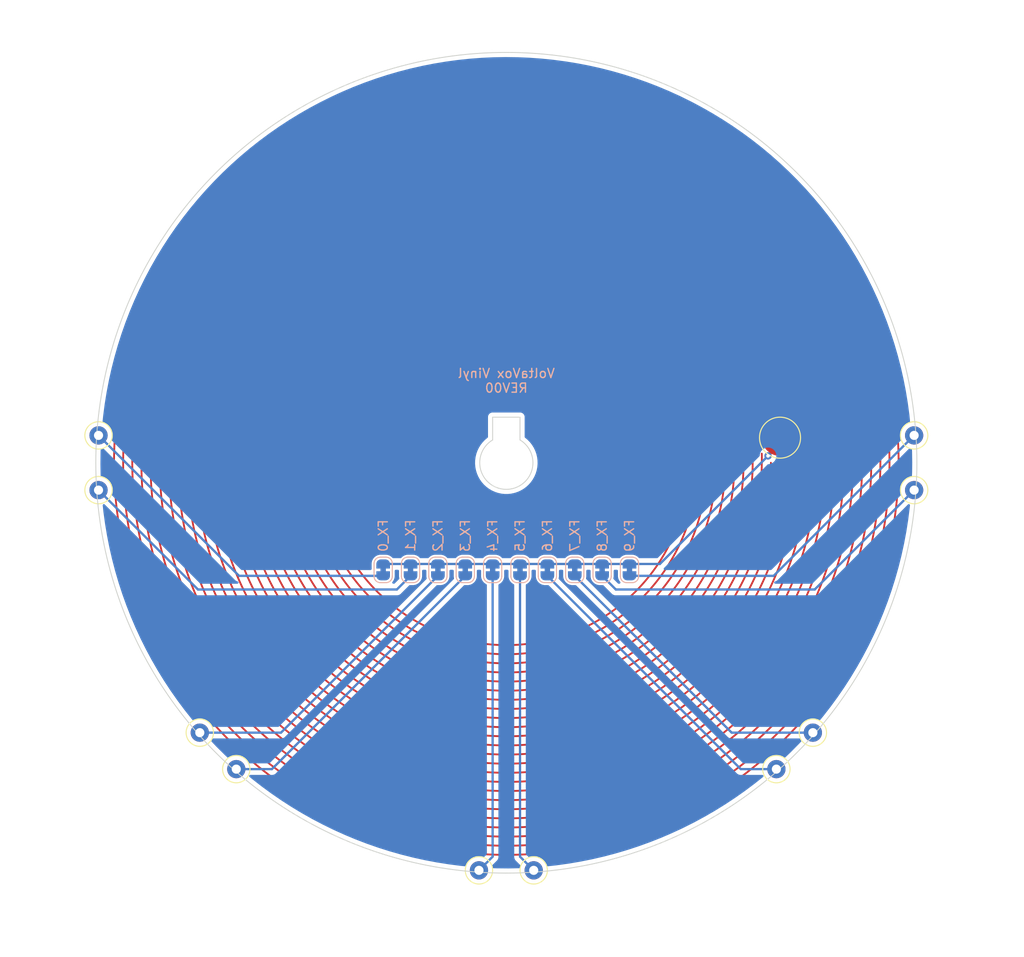
<source format=kicad_pcb>
(kicad_pcb (version 20211014) (generator pcbnew)
  (layers (0 "F.Cu" signal) (31 "B.Cu" signal) (34 "B.Paste" user) (35 "F.Paste" user) (36 "B.SilkS" user "B.Silkscreen") (37 "F.SilkS" user "F.Silkscreen") (38 "B.Mask" user) (39 "F.Mask" user) (44 "Edge.Cuts" user))
  (net 0 "")
  (net 1 "Net-(J1-Pad1)")
  (net 2 "Net-(J2-Pad1)")
  (net 3 "Net-(J3-Pad1)")
  (net 4 "Net-(J4-Pad1)")
  (net 5 "Net-(J5-Pad1)")
  (net 6 "Net-(J6-Pad1)")
  (net 7 "Net-(J7-Pad1)")
  (net 8 "Net-(J8-Pad1)")
  (net 9 "Net-(J9-Pad1)")
  (net 10 "Net-(J10-Pad1)")
  (net 11 "Net-(J11-Pad1)")
  (footprint "TestPoint:TestPoint_Loop_D2.50mm_Drill1.0mm_LowProfile" (layer "F.Cu") (at 0.3 48)
    (fp_text reference "J3" hide)
    (fp_text value "FX_1")
    (fp_circle (center 0 0) (end 1.5 0) (layer "F.SilkS") (width 0.12) (fill none))
    (pad "1" thru_hole circle (at 0 0) (size 2 2) (drill 1) (layers *.Cu *.Mask) (net 3 "Net-(J3-Pad1)"))
  )
  (footprint "TestPoint:TestPoint_Loop_D2.50mm_Drill1.0mm_LowProfile" (layer "F.Cu") (at 42 89.7)
    (fp_text reference "J6" hide)
    (fp_text value "FX_4")
    (fp_circle (center 0 0) (end 1.5 0) (layer "F.SilkS") (width 0.12) (fill none))
    (pad "1" thru_hole circle (at 0 0) (size 2 2) (drill 1) (layers *.Cu *.Mask) (net 6 "Net-(J6-Pad1)"))
  )
  (footprint "TestPoint:TestPoint_Loop_D2.50mm_Drill1.0mm_LowProfile" (layer "F.Cu") (at 89.7 48)
    (fp_text reference "J10" hide)
    (fp_text value "FX_8")
    (fp_circle (center 0 0) (end 1.5 0) (layer "F.SilkS") (width 0.12) (fill none))
    (pad "1" thru_hole circle (at 0 0) (size 2 2) (drill 1) (layers *.Cu *.Mask) (net 10 "Net-(J10-Pad1)"))
  )
  (footprint "TestPoint:TestPoint_Loop_D2.50mm_Drill1.0mm_LowProfile" (layer "F.Cu") (at 0.3 42)
    (fp_text reference "J2" hide)
    (fp_text value "FX_0")
    (fp_circle (center 0 0) (end 1.5 0) (layer "F.SilkS") (width 0.12) (fill none))
    (pad "1" thru_hole circle (at 0 0) (size 2 2) (drill 1) (layers *.Cu *.Mask) (net 2 "Net-(J2-Pad1)"))
  )
  (footprint "TestPoint:TestPoint_Pad_D4.0mm" (layer "F.Cu") (at 75 42.25)
    (fp_text reference "J1" hide)
    (fp_text value "NEEDLE")
    (fp_circle (center 0 0) (end 0 2.25) (layer "F.SilkS") (width 0.12) (fill none))
    (pad "1" smd circle (at 0 0) (size 4 4) (layers "F.Cu" "F.Mask") (net 1 "Net-(J1-Pad1)"))
  )
  (footprint "TestPoint:TestPoint_Loop_D2.50mm_Drill1.0mm_LowProfile" (layer "F.Cu") (at 11.4 74.6)
    (fp_text reference "J4" hide)
    (fp_text value "FX_2")
    (fp_circle (center 0 0) (end 1.5 0) (layer "F.SilkS") (width 0.12) (fill none))
    (pad "1" thru_hole circle (at 0 0) (size 2 2) (drill 1) (layers *.Cu *.Mask) (net 4 "Net-(J4-Pad1)"))
  )
  (footprint "TestPoint:TestPoint_Loop_D2.50mm_Drill1.0mm_LowProfile" (layer "F.Cu") (at 89.7 42)
    (fp_text reference "J11" hide)
    (fp_text value "FX_9")
    (fp_circle (center 0 0) (end 1.5 0) (layer "F.SilkS") (width 0.12) (fill none))
    (pad "1" thru_hole circle (at 0 0) (size 2 2) (drill 1) (layers *.Cu *.Mask) (net 11 "Net-(J11-Pad1)"))
  )
  (footprint "TestPoint:TestPoint_Loop_D2.50mm_Drill1.0mm_LowProfile" (layer "F.Cu") (at 48 89.7)
    (fp_text reference "J7" hide)
    (fp_text value "FX_5")
    (fp_circle (center 0 0) (end 1.5 0) (layer "F.SilkS") (width 0.12) (fill none))
    (pad "1" thru_hole circle (at 0 0) (size 2 2) (drill 1) (layers *.Cu *.Mask) (net 7 "Net-(J7-Pad1)"))
  )
  (footprint "TestPoint:TestPoint_Loop_D2.50mm_Drill1.0mm_LowProfile" (layer "F.Cu") (at 74.6 78.6)
    (fp_text reference "J8" hide)
    (fp_text value "FX_6")
    (fp_circle (center 0 0) (end 1.5 0) (layer "F.SilkS") (width 0.12) (fill none))
    (pad "1" thru_hole circle (at 0 0) (size 2 2) (drill 1) (layers *.Cu *.Mask) (net 8 "Net-(J8-Pad1)"))
  )
  (footprint "TestPoint:TestPoint_Loop_D2.50mm_Drill1.0mm_LowProfile" (layer "F.Cu") (at 15.4 78.6)
    (fp_text reference "J5" hide)
    (fp_text value "FX_3")
    (fp_circle (center 0 0) (end 1.5 0) (layer "F.SilkS") (width 0.12) (fill none))
    (pad "1" thru_hole circle (at 0 0) (size 2 2) (drill 1) (layers *.Cu *.Mask) (net 5 "Net-(J5-Pad1)"))
  )
  (footprint "TestPoint:TestPoint_Loop_D2.50mm_Drill1.0mm_LowProfile" (layer "F.Cu") (at 78.6 74.6)
    (fp_text reference "J9" hide)
    (fp_text value "FX_7")
    (fp_circle (center 0 0) (end 1.5 0) (layer "F.SilkS") (width 0.12) (fill none))
    (pad "1" thru_hole circle (at 0 0) (size 2 2) (drill 1) (layers *.Cu *.Mask) (net 9 "Net-(J9-Pad1)"))
  )
  (footprint "Jumper:SolderJumper-2_P1.3mm_Bridged_RoundedPad1.0x1.5mm" (layer "B.Cu") (at 58.5 56.75 -90)
    (fp_text reference "JP10" hide)
    (fp_text value "Jumper_2_Bridged")
    (fp_poly (pts (xy 0.25 0.3) (xy -0.25 0.3) (xy -0.25 -0.3) (xy 0.25 -0.3)) (layer "B.Cu") (width 0) (fill solid))
    (fp_line (start -0.7 1) (end 0.7 1) (layer "B.SilkS") (width 0.12))
    (fp_line (start -1.4 -0.3) (end -1.4 0.3) (layer "B.SilkS") (width 0.12))
    (fp_line (start 0.7 -1) (end -0.7 -1) (layer "B.SilkS") (width 0.12))
    (fp_line (start 1.4 0.3) (end 1.4 -0.3) (layer "B.SilkS") (width 0.12))
    (fp_arc (start -0.7 1) (mid -1.194975 0.794975) (end -1.4 0.3) (layer "B.SilkS") (width 0.12))
    (fp_arc (start 0.7 -1) (mid 1.194975 -0.794975) (end 1.4 -0.3) (layer "B.SilkS") (width 0.12))
    (fp_arc (start -1.4 -0.3) (mid -1.194975 -0.794975) (end -0.7 -1) (layer "B.SilkS") (width 0.12))
    (fp_arc (start 1.4 0.3) (mid 1.194975 0.794975) (end 0.7 1) (layer "B.SilkS") (width 0.12))
    (pad "1" smd custom (at -0.65 0 270) (size 1 0.5) (layers "B.Cu" "B.Mask") (net 1 "Net-(J1-Pad1)") (options (clearance outline) (anchor rect)) (primitives (gr_circle (center 0 -0.25) (end 0.5 -0.25) (width 0) (fill yes)) (gr_circle (center 0 0.25) (end 0.5 0.25) (width 0) (fill yes)) (gr_poly (pts (xy 0.5 0.75) (xy 0 0.75) (xy 0 -0.75) (xy 0.5 -0.75)) (width 0) (fill yes))))
    (pad "2" smd custom (at 0.65 0 270) (size 1 0.5) (layers "B.Cu" "B.Mask") (net 11 "Net-(J11-Pad1)") (options (clearance outline) (anchor rect)) (primitives (gr_circle (center 0 -0.25) (end 0.5 -0.25) (width 0) (fill yes)) (gr_circle (center 0 0.25) (end 0.5 0.25) (width 0) (fill yes)) (gr_poly (pts (xy 0 0.75) (xy -0.5 0.75) (xy -0.5 -0.75) (xy 0 -0.75)) (width 0) (fill yes))))
  )
  (footprint "Jumper:SolderJumper-2_P1.3mm_Bridged_RoundedPad1.0x1.5mm" (layer "B.Cu") (at 37.5 56.75 -90)
    (fp_text reference "JP3" hide)
    (fp_text value "Jumper_2_Bridged")
    (fp_poly (pts (xy 0.25 0.3) (xy -0.25 0.3) (xy -0.25 -0.3) (xy 0.25 -0.3)) (layer "B.Cu") (width 0) (fill solid))
    (fp_line (start 1.4 0.3) (end 1.4 -0.3) (layer "B.SilkS") (width 0.12))
    (fp_line (start -1.4 -0.3) (end -1.4 0.3) (layer "B.SilkS") (width 0.12))
    (fp_line (start -0.7 1) (end 0.7 1) (layer "B.SilkS") (width 0.12))
    (fp_line (start 0.7 -1) (end -0.7 -1) (layer "B.SilkS") (width 0.12))
    (fp_arc (start 0.7 -1) (mid 1.194975 -0.794975) (end 1.4 -0.3) (layer "B.SilkS") (width 0.12))
    (fp_arc (start -1.4 -0.3) (mid -1.194975 -0.794975) (end -0.7 -1) (layer "B.SilkS") (width 0.12))
    (fp_arc (start -0.7 1) (mid -1.194975 0.794975) (end -1.4 0.3) (layer "B.SilkS") (width 0.12))
    (fp_arc (start 1.4 0.3) (mid 1.194975 0.794975) (end 0.7 1) (layer "B.SilkS") (width 0.12))
    (pad "1" smd custom (at -0.65 0 270) (size 1 0.5) (layers "B.Cu" "B.Mask") (net 1 "Net-(J1-Pad1)") (options (clearance outline) (anchor rect)) (primitives (gr_circle (center 0 -0.25) (end 0.5 -0.25) (width 0) (fill yes)) (gr_circle (center 0 0.25) (end 0.5 0.25) (width 0) (fill yes)) (gr_poly (pts (xy 0.5 0.75) (xy 0 0.75) (xy 0 -0.75) (xy 0.5 -0.75)) (width 0) (fill yes))))
    (pad "2" smd custom (at 0.65 0 270) (size 1 0.5) (layers "B.Cu" "B.Mask") (net 4 "Net-(J4-Pad1)") (options (clearance outline) (anchor rect)) (primitives (gr_circle (center 0 -0.25) (end 0.5 -0.25) (width 0) (fill yes)) (gr_circle (center 0 0.25) (end 0.5 0.25) (width 0) (fill yes)) (gr_poly (pts (xy 0 0.75) (xy -0.5 0.75) (xy -0.5 -0.75) (xy 0 -0.75)) (width 0) (fill yes))))
  )
  (footprint "Jumper:SolderJumper-2_P1.3mm_Bridged_RoundedPad1.0x1.5mm" (layer "B.Cu") (at 34.5 56.75 -90)
    (fp_text reference "JP2" hide)
    (fp_text value "Jumper_2_Bridged")
    (fp_poly (pts (xy 0.25 0.3) (xy -0.25 0.3) (xy -0.25 -0.3) (xy 0.25 -0.3)) (layer "B.Cu") (width 0) (fill solid))
    (fp_line (start -0.7 1) (end 0.7 1) (layer "B.SilkS") (width 0.12))
    (fp_line (start 1.4 0.3) (end 1.4 -0.3) (layer "B.SilkS") (width 0.12))
    (fp_line (start 0.7 -1) (end -0.7 -1) (layer "B.SilkS") (width 0.12))
    (fp_line (start -1.4 -0.3) (end -1.4 0.3) (layer "B.SilkS") (width 0.12))
    (fp_arc (start 1.4 0.3) (mid 1.194975 0.794975) (end 0.7 1) (layer "B.SilkS") (width 0.12))
    (fp_arc (start -1.4 -0.3) (mid -1.194975 -0.794975) (end -0.7 -1) (layer "B.SilkS") (width 0.12))
    (fp_arc (start -0.7 1) (mid -1.194975 0.794975) (end -1.4 0.3) (layer "B.SilkS") (width 0.12))
    (fp_arc (start 0.7 -1) (mid 1.194975 -0.794975) (end 1.4 -0.3) (layer "B.SilkS") (width 0.12))
    (pad "1" smd custom (at -0.65 0 270) (size 1 0.5) (layers "B.Cu" "B.Mask") (net 1 "Net-(J1-Pad1)") (options (clearance outline) (anchor rect)) (primitives (gr_circle (center 0 -0.25) (end 0.5 -0.25) (width 0) (fill yes)) (gr_circle (center 0 0.25) (end 0.5 0.25) (width 0) (fill yes)) (gr_poly (pts (xy 0.5 0.75) (xy 0 0.75) (xy 0 -0.75) (xy 0.5 -0.75)) (width 0) (fill yes))))
    (pad "2" smd custom (at 0.65 0 270) (size 1 0.5) (layers "B.Cu" "B.Mask") (net 3 "Net-(J3-Pad1)") (options (clearance outline) (anchor rect)) (primitives (gr_circle (center 0 -0.25) (end 0.5 -0.25) (width 0) (fill yes)) (gr_circle (center 0 0.25) (end 0.5 0.25) (width 0) (fill yes)) (gr_poly (pts (xy 0 0.75) (xy -0.5 0.75) (xy -0.5 -0.75) (xy 0 -0.75)) (width 0) (fill yes))))
  )
  (footprint "Jumper:SolderJumper-2_P1.3mm_Bridged_RoundedPad1.0x1.5mm" (layer "B.Cu") (at 52.5 56.75 -90)
    (fp_text reference "JP8" hide)
    (fp_text value "Jumper_2_Bridged")
    (fp_poly (pts (xy 0.25 0.3) (xy -0.25 0.3) (xy -0.25 -0.3) (xy 0.25 -0.3)) (layer "B.Cu") (width 0) (fill solid))
    (fp_line (start 1.4 0.3) (end 1.4 -0.3) (layer "B.SilkS") (width 0.12))
    (fp_line (start -1.4 -0.3) (end -1.4 0.3) (layer "B.SilkS") (width 0.12))
    (fp_line (start -0.7 1) (end 0.7 1) (layer "B.SilkS") (width 0.12))
    (fp_line (start 0.7 -1) (end -0.7 -1) (layer "B.SilkS") (width 0.12))
    (fp_arc (start -0.7 1) (mid -1.194975 0.794975) (end -1.4 0.3) (layer "B.SilkS") (width 0.12))
    (fp_arc (start 0.7 -1) (mid 1.194975 -0.794975) (end 1.4 -0.3) (layer "B.SilkS") (width 0.12))
    (fp_arc (start -1.4 -0.3) (mid -1.194975 -0.794975) (end -0.7 -1) (layer "B.SilkS") (width 0.12))
    (fp_arc (start 1.4 0.3) (mid 1.194975 0.794975) (end 0.7 1) (layer "B.SilkS") (width 0.12))
    (pad "1" smd custom (at -0.65 0 270) (size 1 0.5) (layers "B.Cu" "B.Mask") (net 1 "Net-(J1-Pad1)") (options (clearance outline) (anchor rect)) (primitives (gr_circle (center 0 -0.25) (end 0.5 -0.25) (width 0) (fill yes)) (gr_circle (center 0 0.25) (end 0.5 0.25) (width 0) (fill yes)) (gr_poly (pts (xy 0.5 0.75) (xy 0 0.75) (xy 0 -0.75) (xy 0.5 -0.75)) (width 0) (fill yes))))
    (pad "2" smd custom (at 0.65 0 270) (size 1 0.5) (layers "B.Cu" "B.Mask") (net 9 "Net-(J9-Pad1)") (options (clearance outline) (anchor rect)) (primitives (gr_circle (center 0 -0.25) (end 0.5 -0.25) (width 0) (fill yes)) (gr_circle (center 0 0.25) (end 0.5 0.25) (width 0) (fill yes)) (gr_poly (pts (xy 0 0.75) (xy -0.5 0.75) (xy -0.5 -0.75) (xy 0 -0.75)) (width 0) (fill yes))))
  )
  (footprint "Jumper:SolderJumper-2_P1.3mm_Bridged_RoundedPad1.0x1.5mm" (layer "B.Cu") (at 43.5 56.75 -90)
    (fp_text reference "JP5" hide)
    (fp_text value "Jumper_2_Bridged")
    (fp_poly (pts (xy 0.25 0.3) (xy -0.25 0.3) (xy -0.25 -0.3) (xy 0.25 -0.3)) (layer "B.Cu") (width 0) (fill solid))
    (fp_line (start 1.4 0.3) (end 1.4 -0.3) (layer "B.SilkS") (width 0.12))
    (fp_line (start -1.4 -0.3) (end -1.4 0.3) (layer "B.SilkS") (width 0.12))
    (fp_line (start 0.7 -1) (end -0.7 -1) (layer "B.SilkS") (width 0.12))
    (fp_line (start -0.7 1) (end 0.7 1) (layer "B.SilkS") (width 0.12))
    (fp_arc (start -1.4 -0.3) (mid -1.194975 -0.794975) (end -0.7 -1) (layer "B.SilkS") (width 0.12))
    (fp_arc (start -0.7 1) (mid -1.194975 0.794975) (end -1.4 0.3) (layer "B.SilkS") (width 0.12))
    (fp_arc (start 0.7 -1) (mid 1.194975 -0.794975) (end 1.4 -0.3) (layer "B.SilkS") (width 0.12))
    (fp_arc (start 1.4 0.3) (mid 1.194975 0.794975) (end 0.7 1) (layer "B.SilkS") (width 0.12))
    (pad "1" smd custom (at -0.65 0 270) (size 1 0.5) (layers "B.Cu" "B.Mask") (net 1 "Net-(J1-Pad1)") (options (clearance outline) (anchor rect)) (primitives (gr_circle (center 0 -0.25) (end 0.5 -0.25) (width 0) (fill yes)) (gr_circle (center 0 0.25) (end 0.5 0.25) (width 0) (fill yes)) (gr_poly (pts (xy 0.5 0.75) (xy 0 0.75) (xy 0 -0.75) (xy 0.5 -0.75)) (width 0) (fill yes))))
    (pad "2" smd custom (at 0.65 0 270) (size 1 0.5) (layers "B.Cu" "B.Mask") (net 6 "Net-(J6-Pad1)") (options (clearance outline) (anchor rect)) (primitives (gr_circle (center 0 -0.25) (end 0.5 -0.25) (width 0) (fill yes)) (gr_circle (center 0 0.25) (end 0.5 0.25) (width 0) (fill yes)) (gr_poly (pts (xy 0 0.75) (xy -0.5 0.75) (xy -0.5 -0.75) (xy 0 -0.75)) (width 0) (fill yes))))
  )
  (footprint "Jumper:SolderJumper-2_P1.3mm_Bridged_RoundedPad1.0x1.5mm" (layer "B.Cu") (at 55.5 56.75 -90)
    (fp_text reference "JP9" hide)
    (fp_text value "Jumper_2_Bridged")
    (fp_poly (pts (xy 0.25 0.3) (xy -0.25 0.3) (xy -0.25 -0.3) (xy 0.25 -0.3)) (layer "B.Cu") (width 0) (fill solid))
    (fp_line (start -0.7 1) (end 0.7 1) (layer "B.SilkS") (width 0.12))
    (fp_line (start 0.7 -1) (end -0.7 -1) (layer "B.SilkS") (width 0.12))
    (fp_line (start -1.4 -0.3) (end -1.4 0.3) (layer "B.SilkS") (width 0.12))
    (fp_line (start 1.4 0.3) (end 1.4 -0.3) (layer "B.SilkS") (width 0.12))
    (fp_arc (start -0.7 1) (mid -1.194975 0.794975) (end -1.4 0.3) (layer "B.SilkS") (width 0.12))
    (fp_arc (start 1.4 0.3) (mid 1.194975 0.794975) (end 0.7 1) (layer "B.SilkS") (width 0.12))
    (fp_arc (start -1.4 -0.3) (mid -1.194975 -0.794975) (end -0.7 -1) (layer "B.SilkS") (width 0.12))
    (fp_arc (start 0.7 -1) (mid 1.194975 -0.794975) (end 1.4 -0.3) (layer "B.SilkS") (width 0.12))
    (pad "1" smd custom (at -0.65 0 270) (size 1 0.5) (layers "B.Cu" "B.Mask") (net 1 "Net-(J1-Pad1)") (options (clearance outline) (anchor rect)) (primitives (gr_circle (center 0 -0.25) (end 0.5 -0.25) (width 0) (fill yes)) (gr_circle (center 0 0.25) (end 0.5 0.25) (width 0) (fill yes)) (gr_poly (pts (xy 0.5 0.75) (xy 0 0.75) (xy 0 -0.75) (xy 0.5 -0.75)) (width 0) (fill yes))))
    (pad "2" smd custom (at 0.65 0 270) (size 1 0.5) (layers "B.Cu" "B.Mask") (net 10 "Net-(J10-Pad1)") (options (clearance outline) (anchor rect)) (primitives (gr_circle (center 0 -0.25) (end 0.5 -0.25) (width 0) (fill yes)) (gr_circle (center 0 0.25) (end 0.5 0.25) (width 0) (fill yes)) (gr_poly (pts (xy 0 0.75) (xy -0.5 0.75) (xy -0.5 -0.75) (xy 0 -0.75)) (width 0) (fill yes))))
  )
  (footprint "Jumper:SolderJumper-2_P1.3mm_Bridged_RoundedPad1.0x1.5mm" (layer "B.Cu") (at 46.5 56.75 -90)
    (fp_text reference "JP6" hide)
    (fp_text value "Jumper_2_Bridged")
    (fp_poly (pts (xy 0.25 0.3) (xy -0.25 0.3) (xy -0.25 -0.3) (xy 0.25 -0.3)) (layer "B.Cu") (width 0) (fill solid))
    (fp_line (start -0.7 1) (end 0.7 1) (layer "B.SilkS") (width 0.12))
    (fp_line (start -1.4 -0.3) (end -1.4 0.3) (layer "B.SilkS") (width 0.12))
    (fp_line (start 0.7 -1) (end -0.7 -1) (layer "B.SilkS") (width 0.12))
    (fp_line (start 1.4 0.3) (end 1.4 -0.3) (layer "B.SilkS") (width 0.12))
    (fp_arc (start 0.7 -1) (mid 1.194975 -0.794975) (end 1.4 -0.3) (layer "B.SilkS") (width 0.12))
    (fp_arc (start 1.4 0.3) (mid 1.194975 0.794975) (end 0.7 1) (layer "B.SilkS") (width 0.12))
    (fp_arc (start -0.7 1) (mid -1.194975 0.794975) (end -1.4 0.3) (layer "B.SilkS") (width 0.12))
    (fp_arc (start -1.4 -0.3) (mid -1.194975 -0.794975) (end -0.7 -1) (layer "B.SilkS") (width 0.12))
    (pad "1" smd custom (at -0.65 0 270) (size 1 0.5) (layers "B.Cu" "B.Mask") (net 1 "Net-(J1-Pad1)") (options (clearance outline) (anchor rect)) (primitives (gr_circle (center 0 -0.25) (end 0.5 -0.25) (width 0) (fill yes)) (gr_circle (center 0 0.25) (end 0.5 0.25) (width 0) (fill yes)) (gr_poly (pts (xy 0.5 0.75) (xy 0 0.75) (xy 0 -0.75) (xy 0.5 -0.75)) (width 0) (fill yes))))
    (pad "2" smd custom (at 0.65 0 270) (size 1 0.5) (layers "B.Cu" "B.Mask") (net 7 "Net-(J7-Pad1)") (options (clearance outline) (anchor rect)) (primitives (gr_circle (center 0 -0.25) (end 0.5 -0.25) (width 0) (fill yes)) (gr_circle (center 0 0.25) (end 0.5 0.25) (width 0) (fill yes)) (gr_poly (pts (xy 0 0.75) (xy -0.5 0.75) (xy -0.5 -0.75) (xy 0 -0.75)) (width 0) (fill yes))))
  )
  (footprint "Jumper:SolderJumper-2_P1.3mm_Bridged_RoundedPad1.0x1.5mm" (layer "B.Cu") (at 40.5 56.75 -90)
    (fp_text reference "JP4" hide)
    (fp_text value "Jumper_2_Bridged")
    (fp_poly (pts (xy 0.25 0.3) (xy -0.25 0.3) (xy -0.25 -0.3) (xy 0.25 -0.3)) (layer "B.Cu") (width 0) (fill solid))
    (fp_line (start 0.7 -1) (end -0.7 -1) (layer "B.SilkS") (width 0.12))
    (fp_line (start -1.4 -0.3) (end -1.4 0.3) (layer "B.SilkS") (width 0.12))
    (fp_line (start 1.4 0.3) (end 1.4 -0.3) (layer "B.SilkS") (width 0.12))
    (fp_line (start -0.7 1) (end 0.7 1) (layer "B.SilkS") (width 0.12))
    (fp_arc (start 1.4 0.3) (mid 1.194975 0.794975) (end 0.7 1) (layer "B.SilkS") (width 0.12))
    (fp_arc (start -0.7 1) (mid -1.194975 0.794975) (end -1.4 0.3) (layer "B.SilkS") (width 0.12))
    (fp_arc (start -1.4 -0.3) (mid -1.194975 -0.794975) (end -0.7 -1) (layer "B.SilkS") (width 0.12))
    (fp_arc (start 0.7 -1) (mid 1.194975 -0.794975) (end 1.4 -0.3) (layer "B.SilkS") (width 0.12))
    (pad "1" smd custom (at -0.65 0 270) (size 1 0.5) (layers "B.Cu" "B.Mask") (net 1 "Net-(J1-Pad1)") (options (clearance outline) (anchor rect)) (primitives (gr_circle (center 0 -0.25) (end 0.5 -0.25) (width 0) (fill yes)) (gr_circle (center 0 0.25) (end 0.5 0.25) (width 0) (fill yes)) (gr_poly (pts (xy 0.5 0.75) (xy 0 0.75) (xy 0 -0.75) (xy 0.5 -0.75)) (width 0) (fill yes))))
    (pad "2" smd custom (at 0.65 0 270) (size 1 0.5) (layers "B.Cu" "B.Mask") (net 5 "Net-(J5-Pad1)") (options (clearance outline) (anchor rect)) (primitives (gr_circle (center 0 -0.25) (end 0.5 -0.25) (width 0) (fill yes)) (gr_circle (center 0 0.25) (end 0.5 0.25) (width 0) (fill yes)) (gr_poly (pts (xy 0 0.75) (xy -0.5 0.75) (xy -0.5 -0.75) (xy 0 -0.75)) (width 0) (fill yes))))
  )
  (footprint "Jumper:SolderJumper-2_P1.3mm_Bridged_RoundedPad1.0x1.5mm" (layer "B.Cu") (at 49.5 56.75 -90)
    (fp_text reference "JP7" hide)
    (fp_text value "Jumper_2_Bridged")
    (fp_poly (pts (xy 0.25 0.3) (xy -0.25 0.3) (xy -0.25 -0.3) (xy 0.25 -0.3)) (layer "B.Cu") (width 0) (fill solid))
    (fp_line (start 1.4 0.3) (end 1.4 -0.3) (layer "B.SilkS") (width 0.12))
    (fp_line (start -1.4 -0.3) (end -1.4 0.3) (layer "B.SilkS") (width 0.12))
    (fp_line (start 0.7 -1) (end -0.7 -1) (layer "B.SilkS") (width 0.12))
    (fp_line (start -0.7 1) (end 0.7 1) (layer "B.SilkS") (width 0.12))
    (fp_arc (start -1.4 -0.3) (mid -1.194975 -0.794975) (end -0.7 -1) (layer "B.SilkS") (width 0.12))
    (fp_arc (start 0.7 -1) (mid 1.194975 -0.794975) (end 1.4 -0.3) (layer "B.SilkS") (width 0.12))
    (fp_arc (start 1.4 0.3) (mid 1.194975 0.794975) (end 0.7 1) (layer "B.SilkS") (width 0.12))
    (fp_arc (start -0.7 1) (mid -1.194975 0.794975) (end -1.4 0.3) (layer "B.SilkS") (width 0.12))
    (pad "1" smd custom (at -0.65 0 270) (size 1 0.5) (layers "B.Cu" "B.Mask") (net 1 "Net-(J1-Pad1)") (options (clearance outline) (anchor rect)) (primitives (gr_circle (center 0 -0.25) (end 0.5 -0.25) (width 0) (fill yes)) (gr_circle (center 0 0.25) (end 0.5 0.25) (width 0) (fill yes)) (gr_poly (pts (xy 0.5 0.75) (xy 0 0.75) (xy 0 -0.75) (xy 0.5 -0.75)) (width 0) (fill yes))))
    (pad "2" smd custom (at 0.65 0 270) (size 1 0.5) (layers "B.Cu" "B.Mask") (net 8 "Net-(J8-Pad1)") (options (clearance outline) (anchor rect)) (primitives (gr_circle (center 0 -0.25) (end 0.5 -0.25) (width 0) (fill yes)) (gr_circle (center 0 0.25) (end 0.5 0.25) (width 0) (fill yes)) (gr_poly (pts (xy 0 0.75) (xy -0.5 0.75) (xy -0.5 -0.75) (xy 0 -0.75)) (width 0) (fill yes))))
  )
  (footprint "Jumper:SolderJumper-2_P1.3mm_Bridged_RoundedPad1.0x1.5mm" (layer "B.Cu") (at 31.5 56.75 -90)
    (fp_text reference "JP1" hide)
    (fp_text value "Jumper_2_Bridged")
    (fp_poly (pts (xy 0.25 0.3) (xy -0.25 0.3) (xy -0.25 -0.3) (xy 0.25 -0.3)) (layer "B.Cu") (width 0) (fill solid))
    (fp_line (start 0.7 -1) (end -0.7 -1) (layer "B.SilkS") (width 0.12))
    (fp_line (start -0.7 1) (end 0.7 1) (layer "B.SilkS") (width 0.12))
    (fp_line (start 1.4 0.3) (end 1.4 -0.3) (layer "B.SilkS") (width 0.12))
    (fp_line (start -1.4 -0.3) (end -1.4 0.3) (layer "B.SilkS") (width 0.12))
    (fp_arc (start 1.4 0.3) (mid 1.194975 0.794975) (end 0.7 1) (layer "B.SilkS") (width 0.12))
    (fp_arc (start -0.7 1) (mid -1.194975 0.794975) (end -1.4 0.3) (layer "B.SilkS") (width 0.12))
    (fp_arc (start 0.7 -1) (mid 1.194975 -0.794975) (end 1.4 -0.3) (layer "B.SilkS") (width 0.12))
    (fp_arc (start -1.4 -0.3) (mid -1.194975 -0.794975) (end -0.7 -1) (layer "B.SilkS") (width 0.12))
    (pad "1" smd custom (at -0.65 0 270) (size 1 0.5) (layers "B.Cu" "B.Mask") (net 1 "Net-(J1-Pad1)") (options (clearance outline) (anchor rect)) (primitives (gr_circle (center 0 -0.25) (end 0.5 -0.25) (width 0) (fill yes)) (gr_circle (center 0 0.25) (end 0.5 0.25) (width 0) (fill yes)) (gr_poly (pts (xy 0.5 0.75) (xy 0 0.75) (xy 0 -0.75) (xy 0.5 -0.75)) (width 0) (fill yes))))
    (pad "2" smd custom (at 0.65 0 270) (size 1 0.5) (layers "B.Cu" "B.Mask") (net 2 "Net-(J2-Pad1)") (options (clearance outline) (anchor rect)) (primitives (gr_circle (center 0 -0.25) (end 0.5 -0.25) (width 0) (fill yes)) (gr_circle (center 0 0.25) (end 0.5 0.25) (width 0) (fill yes)) (gr_poly (pts (xy 0 0.75) (xy -0.5 0.75) (xy -0.5 -0.75) (xy 0 -0.75)) (width 0) (fill yes))))
  )
  (gr_arc (start 77 44) (mid 77.007811 44.5) (end 77 45) (layer "F.Cu") (width 0.2))
  (gr_arc (start 44.000739 19.019211) (mid 44.500277 19.004804) (end 45 19.000001) (layer "F.Cu") (width 0.2))
  (gr_arc (start 45 9) (mid 45.499867 80.99653) (end 44.000386 9.013881) (layer "F.Cu") (width 0.2))
  (gr_arc (start 44.000799 20.019978) (mid 44.5003 20.004996) (end 45 20.000001) (layer "F.Cu") (width 0.2))
  (gr_arc (start 44.000944 22.021708) (mid 44.500355 22.005466) (end 45 22.000051) (layer "F.Cu") (width 0.2))
  (gr_arc (start 45 7) (mid 45.513363 82.996532) (end 43.973348 7.013871) (layer "F.Cu") (width 0.2))
  (gr_arc (start 75 45) (mid 15.116218 47.638424) (end 74.535916 39.743608) (layer "F.Cu") (width 0.2))
  (gr_arc (start 44.000459 12.015141) (mid 44.500172 12.003785) (end 45 12) (layer "F.Cu") (width 0.2))
  (gr_arc (start 44.000329 6.012814) (mid 44.500123 6.003203) (end 45 6) (layer "F.Cu") (width 0.2))
  (gr_arc (start 45 23) (mid 45.499607 66.994326) (end 44.001031 23.022692) (layer "F.Cu") (width 0.2))
  (gr_arc (start 45 3) (mid 45.499918 86.997025) (end 44.000283 3.0119) (layer "F.Cu") (width 0.2))
  (gr_arc (start 45 19) (mid 45.499751 70.995197) (end 44.000739 19.01921) (layer "F.Cu") (width 0.2))
  (gr_arc (start 45 25) (mid 45.499524 64.993761) (end 44.001248 25.024953) (layer "F.Cu") (width 0.2))
  (gr_arc (start 45 20) (mid 45.499748 69.995005) (end 44.000799 20.019977) (layer "F.Cu") (width 0.2))
  (gr_arc (start 44.000365 8.013506) (mid 44.500137 8.003391) (end 45 8.00002) (layer "F.Cu") (width 0.2))
  (gr_arc (start 45 11) (mid 45.499814 78.996326) (end 44.000432 11.014696) (layer "F.Cu") (width 0.2))
  (gr_arc (start 44.000283 3.0119) (mid 44.500106 3.002987) (end 45 3.000016) (layer "F.Cu") (width 0.2))
  (gr_arc (start 44.000637 17.01784) (mid 44.500239 17.00446) (end 45 17) (layer "F.Cu") (width 0.2))
  (gr_arc (start 45 6) (mid 45.499863 83.996796) (end 44.000329 6.012814) (layer "F.Cu") (width 0.2))
  (gr_arc (start 74 45) (mid 16.105635 47.472655) (end 73.578343 40.072699) (layer "F.Cu") (width 0.2))
  (gr_arc (start 44.000408 10.014278) (mid 44.500153 10.003587) (end 45 10.000023) (layer "F.Cu") (width 0.2))
  (gr_arc (start 45 24) (mid 45.499571 65.994057) (end 44.001132 24.023769) (layer "F.Cu") (width 0.2))
  (gr_arc (start 45 21) (mid 45.499663 68.994798) (end 44.000867 21.020806) (layer "F.Cu") (width 0.2))
  (gr_arc (start 45 18) (mid 45.499771 71.995374) (end 44.000685 18.0185) (layer "F.Cu") (width 0.2))
  (gr_arc (start 44.000867 21.020807) (mid 44.500325 21.005203) (end 45 21.000001) (layer "F.Cu") (width 0.2))
  (gr_arc (start 44.000312 5.012494) (mid 44.500117 5.003124) (end 45 5) (layer "F.Cu") (width 0.2))
  (gr_arc (start 44.000432 11.014696) (mid 44.500162 11.003674) (end 45 11) (layer "F.Cu") (width 0.2))
  (gr_arc (start 44.000685 18.0185) (mid 44.500257 18.004626) (end 45 18) (layer "F.Cu") (width 0.2))
  (gr_arc (start 45 2) (mid 45.499881 87.997094) (end 44.00027 2.011623) (layer "F.Cu") (width 0.2))
  (gr_arc (start 44.001248 25.024953) (mid 44.500469 25.00629) (end 45 25.000068) (layer "F.Cu") (width 0.2))
  (gr_arc (start 77 45) (mid 13.088146 47.373894) (end 76.647789 40.265291) (layer "F.Cu") (width 0.2))
  (gr_arc (start 44.00027 2.011624) (mid 44.500101 2.002918) (end 45 2.000015) (layer "F.Cu") (width 0.2))
  (gr_arc (start 45 12) (mid 45.499822 77.996215) (end 44.000459 12.015141) (layer "F.Cu") (width 0.2))
  (gr_arc (start 45 5) (mid 45.499871 84.996876) (end 44.000312 5.012494) (layer "F.Cu") (width 0.2))
  (gr_arc (start 45 22) (mid 45.49963 67.994572) (end 44.000944 22.021708) (layer "F.Cu") (width 0.2))
  (gr_arc (start 75.999999 44.5) (mid 76.003023 44.749992) (end 76.004031 45) (layer "F.Cu") (width 0.2))
  (gr_arc (start 76 45) (mid 14.112499 47.638948) (end 75.550708 39.741271) (layer "F.Cu") (width 0.2))
  (gr_arc (start 45 8) (mid 45.499855 81.996623) (end 44.000365 8.013506) (layer "F.Cu") (width 0.2))
  (gr_arc (start 45 10) (mid 45.499849 79.996431) (end 44.000408 10.014277) (layer "F.Cu") (width 0.2))
  (gr_arc (start 43.973348 7.013871) (mid 44.486627 7.003468) (end 45 7) (layer "F.Cu") (width 0.2))
  (gr_arc (start 44.001031 23.022692) (mid 44.500387 23.005674) (end 45 23) (layer "F.Cu") (width 0.2))
  (gr_arc (start 73 45) (mid 17.075704 47.057238) (end 72.697697 40.896637) (layer "F.Cu") (width 0.2))
  (gr_arc (start 44.000488 13.015615) (mid 44.500183 13.003905) (end 45 13.000001) (layer "F.Cu") (width 0.2))
  (gr_arc (start 44.000297 4.012191) (mid 44.500111 4.003049) (end 45 4.000001) (layer "F.Cu") (width 0.2))
  (gr_arc (start 45 4) (mid 45.499915 85.996952) (end 44.000297 4.01219) (layer "F.Cu") (width 0.2))
  (gr_arc (start 44.001132 24.023769) (mid 44.500425 24.005943) (end 45 24) (layer "F.Cu") (width 0.2))
  (gr_arc (start 44.000386 9.013882) (mid 44.500145 9.003472) (end 45 9.000001) (layer "F.Cu") (width 0.2))
  (gr_arc (start 73 44) (mid 73.008926 44.5) (end 73 45) (layer "F.Cu") (width 0.2))
  (gr_arc (start 46.5 42.500001) (mid 45 47.915475) (end 43.5 42.500001) (layer "Edge.Cuts") (width 0.1))
  (gr_line (start 43.5 40) (end 43.5 42.5) (layer "Edge.Cuts") (width 0.1))
  (gr_circle (center 45 45) (end 90 45) (layer "Edge.Cuts") (width 0.1) (fill none))
  (gr_line (start 46.5 40) (end 43.5 40) (layer "Edge.Cuts") (width 0.1))
  (gr_line (start 46.5 42.5) (end 46.5 40) (layer "Edge.Cuts") (width 0.1))
  (gr_text "FX_7" (at 52.5 53 90) (layer "B.SilkS") (effects (font (size 1 1)) (justify mirror)))
  (gr_text "VoltaVox Vinyl\nREV00" (at 45 36) (layer "B.SilkS") (effects (font (size 1 1)) (justify mirror)))
  (gr_text "FX_5" (at 46.5 53 90) (layer "B.SilkS") (effects (font (size 1 1)) (justify mirror)))
  (gr_text "FX_0" (at 31.5 53 90) (layer "B.SilkS") (effects (font (size 1 1)) (justify mirror)))
  (gr_text "FX_6" (at 49.5 53 90) (layer "B.SilkS") (effects (font (size 1 1)) (justify mirror)))
  (gr_text "FX_4" (at 43.5 53 90) (layer "B.SilkS") (effects (font (size 1 1)) (justify mirror)))
  (gr_text "FX_1" (at 34.5 53 90) (layer "B.SilkS") (effects (font (size 1 1)) (justify mirror)))
  (gr_text "FX_3" (at 40.5 53 90) (layer "B.SilkS") (effects (font (size 1 1)) (justify mirror)))
  (gr_text "FX_2" (at 37.5 53 90) (layer "B.SilkS") (effects (font (size 1 1)) (justify mirror)))
  (gr_text "FX_9" (at 58.5 53 90) (layer "B.SilkS") (effects (font (size 1 1)) (justify mirror)))
  (gr_text "FX_8" (at 55.5 53 90) (layer "B.SilkS") (effects (font (size 1 1)) (justify mirror)))
  (segment (start 75 42.931954) (end 75 42.25) (width 0.25) (layer "F.Cu") (net 1))
  (segment (start 73.687147 44.244807) (end 75 42.931954) (width 0.25) (layer "F.Cu") (net 1))
  (via (at 73.687147 44.244807) (size 0.8) (drill 0.4) (layers "F.Cu" "B.Cu") (net 1))
  (segment (start 58.5 56.1) (end 55.5 56.1) (width 0.25) (layer "B.Cu") (net 1))
  (segment (start 46.5 56.1) (end 43.5 56.1) (width 0.25) (layer "B.Cu") (net 1))
  (segment (start 58.5 56.1) (end 61.831954 56.1) (width 0.25) (layer "B.Cu") (net 1))
  (segment (start 31.5 56.1) (end 34.5 56.1) (width 0.25) (layer "B.Cu") (net 1))
  (segment (start 49.5 56.1) (end 46.5 56.1) (width 0.25) (layer "B.Cu") (net 1))
  (segment (start 52.5 56.1) (end 49.5 56.1) (width 0.25) (layer "B.Cu") (net 1))
  (segment (start 34.5 56.1) (end 37.5 56.1) (width 0.25) (layer "B.Cu") (net 1))
  (segment (start 43.5 56.1) (end 40.5 56.1) (width 0.25) (layer "B.Cu") (net 1))
  (segment (start 61.831954 56.1) (end 73.687147 44.244807) (width 0.25) (layer "B.Cu") (net 1))
  (segment (start 55.5 56.1) (end 52.5 56.1) (width 0.25) (layer "B.Cu") (net 1))
  (segment (start 37.5 56.1) (end 40.5 56.1) (width 0.25) (layer "B.Cu") (net 1))
  (segment (start 15.7 57.4) (end 31.5 57.4) (width 0.25) (layer "B.Cu") (net 2))
  (segment (start 0.3 42) (end 15.7 57.4) (width 0.25) (layer "B.Cu") (net 2))
  (segment (start 0.3 48) (end 11.2 58.9) (width 0.25) (layer "B.Cu") (net 3))
  (segment (start 11.2 58.9) (end 33 58.9) (width 0.25) (layer "B.Cu") (net 3))
  (segment (start 33 58.9) (end 34.5 57.4) (width 0.25) (layer "B.Cu") (net 3))
  (segment (start 11.4 74.6) (end 20.3 74.6) (width 0.25) (layer "B.Cu") (net 4))
  (segment (start 20.3 74.6) (end 37.5 57.4) (width 0.25) (layer "B.Cu") (net 4))
  (segment (start 19.3 78.6) (end 40.5 57.4) (width 0.25) (layer "B.Cu") (net 5))
  (segment (start 15.4 78.6) (end 19.3 78.6) (width 0.25) (layer "B.Cu") (net 5))
  (segment (start 42 89.7) (end 43.5 88.2) (width 0.25) (layer "B.Cu") (net 6))
  (segment (start 43.5 88.2) (end 43.5 57.4) (width 0.25) (layer "B.Cu") (net 6))
  (segment (start 46.5 88.2) (end 48 89.7) (width 0.25) (layer "B.Cu") (net 7))
  (segment (start 46.5 57.4) (end 46.5 88.2) (width 0.25) (layer "B.Cu") (net 7))
  (segment (start 74.6 78.6) (end 70.7 78.6) (width 0.25) (layer "B.Cu") (net 8))
  (segment (start 70.7 78.6) (end 49.5 57.4) (width 0.25) (layer "B.Cu") (net 8))
  (segment (start 78.6 74.6) (end 69.7 74.6) (width 0.25) (layer "B.Cu") (net 9))
  (segment (start 69.7 74.6) (end 52.5 57.4) (width 0.25) (layer "B.Cu") (net 9))
  (segment (start 57 58.9) (end 55.5 57.4) (width 0.25) (layer "B.Cu") (net 10))
  (segment (start 78.8 58.9) (end 57 58.9) (width 0.25) (layer "B.Cu") (net 10))
  (segment (start 89.7 48) (end 78.8 58.9) (width 0.25) (layer "B.Cu") (net 10))
  (segment (start 89.7 42) (end 74.3 57.4) (width 0.25) (layer "B.Cu") (net 11))
  (segment (start 74.3 57.4) (end 58.5 57.4) (width 0.25) (layer "B.Cu") (net 11))
  (zone (net 0) (net_name "") (layer "B.Cu") (connect_pads (clearance 0.508)) (min_thickness 0.254) (fill yes (thermal_gap 0.508) (thermal_bridge_width 0.508))
    (polygon (pts (xy 101.75 -5.5) (xy 100.75 99.25) (xy -10.5 94.25) (xy -7.75 -5.75)))
  )
)
</source>
